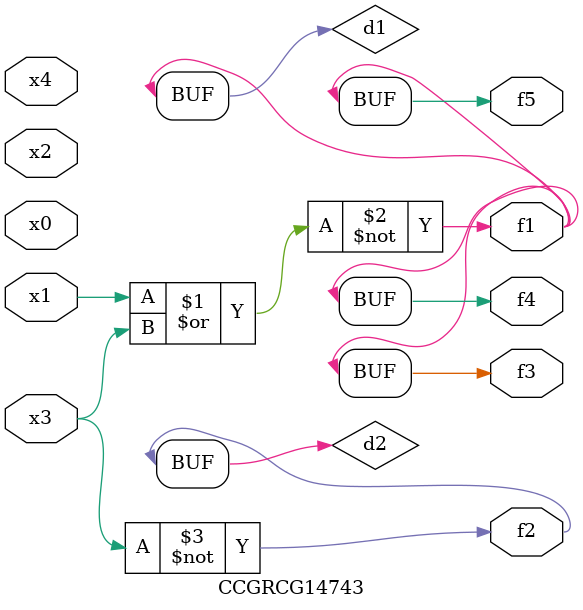
<source format=v>
module CCGRCG14743(
	input x0, x1, x2, x3, x4,
	output f1, f2, f3, f4, f5
);

	wire d1, d2;

	nor (d1, x1, x3);
	not (d2, x3);
	assign f1 = d1;
	assign f2 = d2;
	assign f3 = d1;
	assign f4 = d1;
	assign f5 = d1;
endmodule

</source>
